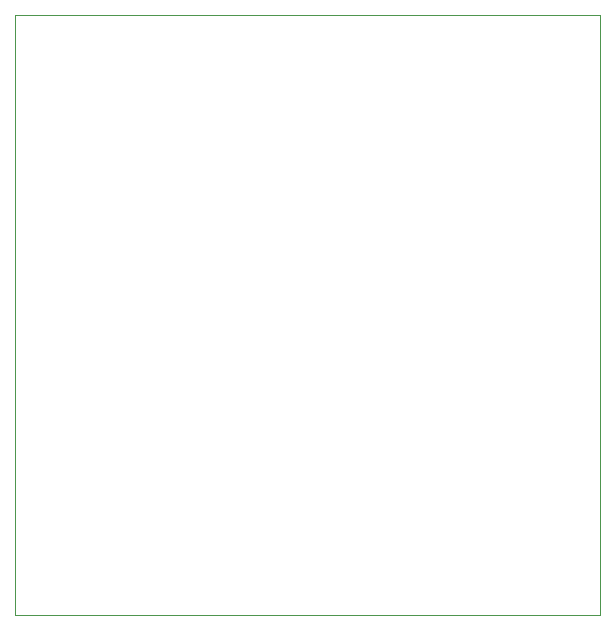
<source format=gbr>
%TF.GenerationSoftware,KiCad,Pcbnew,5.0.0+dfsg1-2*%
%TF.CreationDate,2018-11-13T23:51:22+01:00*%
%TF.ProjectId,xmegatest,786D656761746573742E6B696361645F,rev?*%
%TF.SameCoordinates,Original*%
%TF.FileFunction,Profile,NP*%
%FSLAX46Y46*%
G04 Gerber Fmt 4.6, Leading zero omitted, Abs format (unit mm)*
G04 Created by KiCad (PCBNEW 5.0.0+dfsg1-2) date Tue Nov 13 23:51:22 2018*
%MOMM*%
%LPD*%
G01*
G04 APERTURE LIST*
%ADD10C,0.100000*%
G04 APERTURE END LIST*
D10*
X254000000Y-127000000D02*
X204470000Y-127000000D01*
X204470000Y-177800000D02*
X254000000Y-177800000D01*
X254000000Y-177800000D02*
X254000000Y-127000000D01*
X204470000Y-127000000D02*
X204470000Y-177800000D01*
M02*

</source>
